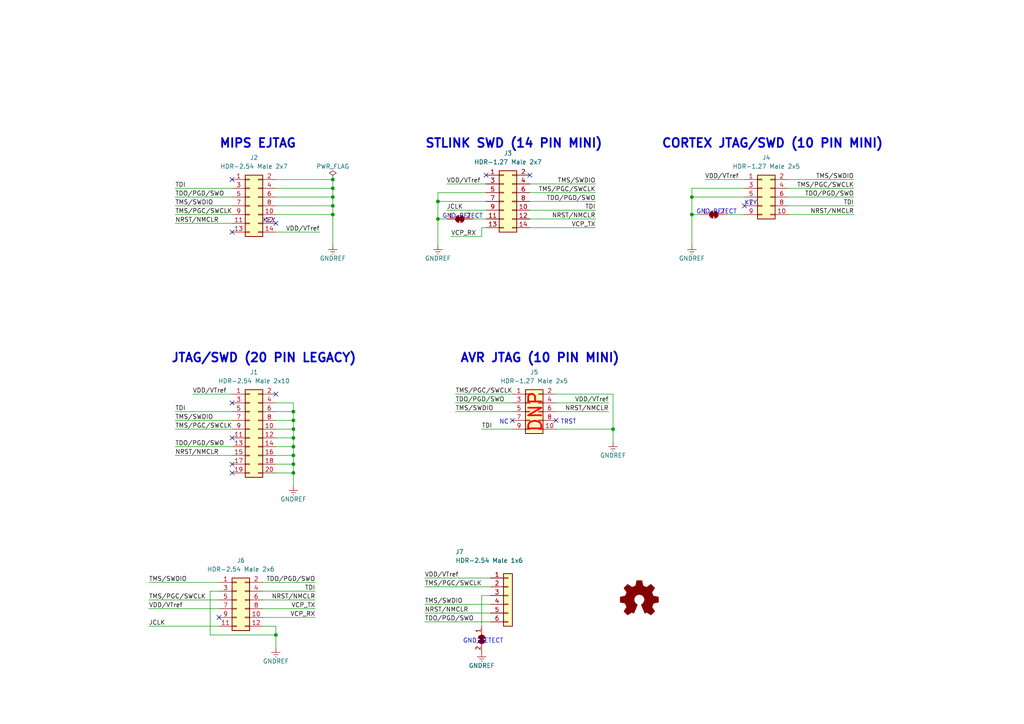
<source format=kicad_sch>
(kicad_sch (version 20230121) (generator eeschema)
  (paper "User" 297.002 210.007)
  (title_block (title "ARM_Debug_Adapter_Board") (date "2023-05-31"))
  (lib_symbols
    (symbol "Connector_Generic:Conn_01x06" (pin_names (offset 1.016) hide)
      (property "Reference" "J" (at 0 7.62 0))
      (property "Value" "Conn_01x06" (at 0 -10.16 0))
      (symbol "Conn_01x06_1_1"
        (rectangle (start -1.27 -7.493) (end 0 -7.747) (stroke (width 0.1524)))
        (rectangle (start -1.27 -4.953) (end 0 -5.207) (stroke (width 0.1524)))
        (rectangle (start -1.27 -2.413) (end 0 -2.667) (stroke (width 0.1524)))
        (rectangle (start -1.27 0.127) (end 0 -0.127) (stroke (width 0.1524)))
        (rectangle (start -1.27 2.667) (end 0 2.413) (stroke (width 0.1524)))
        (rectangle (start -1.27 5.207) (end 0 4.953) (stroke (width 0.1524)))
        (rectangle (start -1.27 6.35) (end 1.27 -8.89) (stroke (width 0.254)) (fill (type background)))
        (pin passive line (at -5.08 5.08 0) (length 3.81) (name "Pin_1") (number "1"))
        (pin passive line (at -5.08 2.54 0) (length 3.81) (name "Pin_2") (number "2"))
        (pin passive line (at -5.08 0 0) (length 3.81) (name "Pin_3") (number "3"))
        (pin passive line (at -5.08 -2.54 0) (length 3.81) (name "Pin_4") (number "4"))
        (pin passive line (at -5.08 -5.08 0) (length 3.81) (name "Pin_5") (number "5"))
        (pin passive line (at -5.08 -7.62 0) (length 3.81) (name "Pin_6") (number "6"))
      )
    )
    (symbol "Connector_Generic:Conn_02x05_Odd_Even" (pin_names (offset 1.016) hide)
      (property "Reference" "J" (at 1.27 7.62 0))
      (property "Value" "Conn_02x05_Odd_Even" (at 1.27 -7.62 0))
      (symbol "Conn_02x05_Odd_Even_1_1"
        (rectangle (start -1.27 -4.953) (end 0 -5.207) (stroke (width 0.1524)))
        (rectangle (start -1.27 -2.413) (end 0 -2.667) (stroke (width 0.1524)))
        (rectangle (start -1.27 0.127) (end 0 -0.127) (stroke (width 0.1524)))
        (rectangle (start -1.27 2.667) (end 0 2.413) (stroke (width 0.1524)))
        (rectangle (start -1.27 5.207) (end 0 4.953) (stroke (width 0.1524)))
        (rectangle (start -1.27 6.35) (end 3.81 -6.35) (stroke (width 0.254)) (fill (type background)))
        (rectangle (start 3.81 -4.953) (end 2.54 -5.207) (stroke (width 0.1524)))
        (rectangle (start 3.81 -2.413) (end 2.54 -2.667) (stroke (width 0.1524)))
        (rectangle (start 3.81 0.127) (end 2.54 -0.127) (stroke (width 0.1524)))
        (rectangle (start 3.81 2.667) (end 2.54 2.413) (stroke (width 0.1524)))
        (rectangle (start 3.81 5.207) (end 2.54 4.953) (stroke (width 0.1524)))
        (pin passive line (at -5.08 5.08 0) (length 3.81) (name "Pin_1") (number "1"))
        (pin passive line (at 7.62 -5.08 180) (length 3.81) (name "Pin_10") (number "10"))
        (pin passive line (at 7.62 5.08 180) (length 3.81) (name "Pin_2") (number "2"))
        (pin passive line (at -5.08 2.54 0) (length 3.81) (name "Pin_3") (number "3"))
        (pin passive line (at 7.62 2.54 180) (length 3.81) (name "Pin_4") (number "4"))
        (pin passive line (at -5.08 0 0) (length 3.81) (name "Pin_5") (number "5"))
        (pin passive line (at 7.62 0 180) (length 3.81) (name "Pin_6") (number "6"))
        (pin passive line (at -5.08 -2.54 0) (length 3.81) (name "Pin_7") (number "7"))
        (pin passive line (at 7.62 -2.54 180) (length 3.81) (name "Pin_8") (number "8"))
        (pin passive line (at -5.08 -5.08 0) (length 3.81) (name "Pin_9") (number "9"))
      )
    )
    (symbol "Connector_Generic:Conn_02x06_Odd_Even" (pin_names (offset 1.016) hide)
      (property "Reference" "J" (at 1.27 7.62 0))
      (property "Value" "Conn_02x06_Odd_Even" (at 1.27 -10.16 0))
      (symbol "Conn_02x06_Odd_Even_1_1"
        (rectangle (start -1.27 -7.493) (end 0 -7.747) (stroke (width 0.1524)))
        (rectangle (start -1.27 -4.953) (end 0 -5.207) (stroke (width 0.1524)))
        (rectangle (start -1.27 -2.413) (end 0 -2.667) (stroke (width 0.1524)))
        (rectangle (start -1.27 0.127) (end 0 -0.127) (stroke (width 0.1524)))
        (rectangle (start -1.27 2.667) (end 0 2.413) (stroke (width 0.1524)))
        (rectangle (start -1.27 5.207) (end 0 4.953) (stroke (width 0.1524)))
        (rectangle (start -1.27 6.35) (end 3.81 -8.89) (stroke (width 0.254)) (fill (type background)))
        (rectangle (start 3.81 -7.493) (end 2.54 -7.747) (stroke (width 0.1524)))
        (rectangle (start 3.81 -4.953) (end 2.54 -5.207) (stroke (width 0.1524)))
        (rectangle (start 3.81 -2.413) (end 2.54 -2.667) (stroke (width 0.1524)))
        (rectangle (start 3.81 0.127) (end 2.54 -0.127) (stroke (width 0.1524)))
        (rectangle (start 3.81 2.667) (end 2.54 2.413) (stroke (width 0.1524)))
        (rectangle (start 3.81 5.207) (end 2.54 4.953) (stroke (width 0.1524)))
        (pin passive line (at -5.08 5.08 0) (length 3.81) (name "Pin_1") (number "1"))
        (pin passive line (at 7.62 -5.08 180) (length 3.81) (name "Pin_10") (number "10"))
        (pin passive line (at -5.08 -7.62 0) (length 3.81) (name "Pin_11") (number "11"))
        (pin passive line (at 7.62 -7.62 180) (length 3.81) (name "Pin_12") (number "12"))
        (pin passive line (at 7.62 5.08 180) (length 3.81) (name "Pin_2") (number "2"))
        (pin passive line (at -5.08 2.54 0) (length 3.81) (name "Pin_3") (number "3"))
        (pin passive line (at 7.62 2.54 180) (length 3.81) (name "Pin_4") (number "4"))
        (pin passive line (at -5.08 0 0) (length 3.81) (name "Pin_5") (number "5"))
        (pin passive line (at 7.62 0 180) (length 3.81) (name "Pin_6") (number "6"))
        (pin passive line (at -5.08 -2.54 0) (length 3.81) (name "Pin_7") (number "7"))
        (pin passive line (at 7.62 -2.54 180) (length 3.81) (name "Pin_8") (number "8"))
        (pin passive line (at -5.08 -5.08 0) (length 3.81) (name "Pin_9") (number "9"))
      )
    )
    (symbol "Connector_Generic:Conn_02x07_Odd_Even" (pin_names (offset 1.016) hide)
      (property "Reference" "J" (at 1.27 10.16 0))
      (property "Value" "Conn_02x07_Odd_Even" (at 1.27 -10.16 0))
      (symbol "Conn_02x07_Odd_Even_1_1"
        (rectangle (start -1.27 -7.493) (end 0 -7.747) (stroke (width 0.1524)))
        (rectangle (start -1.27 -4.953) (end 0 -5.207) (stroke (width 0.1524)))
        (rectangle (start -1.27 -2.413) (end 0 -2.667) (stroke (width 0.1524)))
        (rectangle (start -1.27 0.127) (end 0 -0.127) (stroke (width 0.1524)))
        (rectangle (start -1.27 2.667) (end 0 2.413) (stroke (width 0.1524)))
        (rectangle (start -1.27 5.207) (end 0 4.953) (stroke (width 0.1524)))
        (rectangle (start -1.27 7.747) (end 0 7.493) (stroke (width 0.1524)))
        (rectangle (start -1.27 8.89) (end 3.81 -8.89) (stroke (width 0.254)) (fill (type background)))
        (rectangle (start 3.81 -7.493) (end 2.54 -7.747) (stroke (width 0.1524)))
        (rectangle (start 3.81 -4.953) (end 2.54 -5.207) (stroke (width 0.1524)))
        (rectangle (start 3.81 -2.413) (end 2.54 -2.667) (stroke (width 0.1524)))
        (rectangle (start 3.81 0.127) (end 2.54 -0.127) (stroke (width 0.1524)))
        (rectangle (start 3.81 2.667) (end 2.54 2.413) (stroke (width 0.1524)))
        (rectangle (start 3.81 5.207) (end 2.54 4.953) (stroke (width 0.1524)))
        (rectangle (start 3.81 7.747) (end 2.54 7.493) (stroke (width 0.1524)))
        (pin passive line (at -5.08 7.62 0) (length 3.81) (name "Pin_1") (number "1"))
        (pin passive line (at 7.62 -2.54 180) (length 3.81) (name "Pin_10") (number "10"))
        (pin passive line (at -5.08 -5.08 0) (length 3.81) (name "Pin_11") (number "11"))
        (pin passive line (at 7.62 -5.08 180) (length 3.81) (name "Pin_12") (number "12"))
        (pin passive line (at -5.08 -7.62 0) (length 3.81) (name "Pin_13") (number "13"))
        (pin passive line (at 7.62 -7.62 180) (length 3.81) (name "Pin_14") (number "14"))
        (pin passive line (at 7.62 7.62 180) (length 3.81) (name "Pin_2") (number "2"))
        (pin passive line (at -5.08 5.08 0) (length 3.81) (name "Pin_3") (number "3"))
        (pin passive line (at 7.62 5.08 180) (length 3.81) (name "Pin_4") (number "4"))
        (pin passive line (at -5.08 2.54 0) (length 3.81) (name "Pin_5") (number "5"))
        (pin passive line (at 7.62 2.54 180) (length 3.81) (name "Pin_6") (number "6"))
        (pin passive line (at -5.08 0 0) (length 3.81) (name "Pin_7") (number "7"))
        (pin passive line (at 7.62 0 180) (length 3.81) (name "Pin_8") (number "8"))
        (pin passive line (at -5.08 -2.54 0) (length 3.81) (name "Pin_9") (number "9"))
      )
    )
    (symbol "Connector_Generic:Conn_02x10_Odd_Even" (pin_names (offset 1.016) hide)
      (property "Reference" "J" (at 1.27 12.7 0))
      (property "Value" "Conn_02x10_Odd_Even" (at 1.27 -15.24 0))
      (symbol "Conn_02x10_Odd_Even_1_1"
        (rectangle (start -1.27 -12.573) (end 0 -12.827) (stroke (width 0.1524)))
        (rectangle (start -1.27 -10.033) (end 0 -10.287) (stroke (width 0.1524)))
        (rectangle (start -1.27 -7.493) (end 0 -7.747) (stroke (width 0.1524)))
        (rectangle (start -1.27 -4.953) (end 0 -5.207) (stroke (width 0.1524)))
        (rectangle (start -1.27 -2.413) (end 0 -2.667) (stroke (width 0.1524)))
        (rectangle (start -1.27 0.127) (end 0 -0.127) (stroke (width 0.1524)))
        (rectangle (start -1.27 2.667) (end 0 2.413) (stroke (width 0.1524)))
        (rectangle (start -1.27 5.207) (end 0 4.953) (stroke (width 0.1524)))
        (rectangle (start -1.27 7.747) (end 0 7.493) (stroke (width 0.1524)))
        (rectangle (start -1.27 10.287) (end 0 10.033) (stroke (width 0.1524)))
        (rectangle (start -1.27 11.43) (end 3.81 -13.97) (stroke (width 0.254)) (fill (type background)))
        (rectangle (start 3.81 -12.573) (end 2.54 -12.827) (stroke (width 0.1524)))
        (rectangle (start 3.81 -10.033) (end 2.54 -10.287) (stroke (width 0.1524)))
        (rectangle (start 3.81 -7.493) (end 2.54 -7.747) (stroke (width 0.1524)))
        (rectangle (start 3.81 -4.953) (end 2.54 -5.207) (stroke (width 0.1524)))
        (rectangle (start 3.81 -2.413) (end 2.54 -2.667) (stroke (width 0.1524)))
        (rectangle (start 3.81 0.127) (end 2.54 -0.127) (stroke (width 0.1524)))
        (rectangle (start 3.81 2.667) (end 2.54 2.413) (stroke (width 0.1524)))
        (rectangle (start 3.81 5.207) (end 2.54 4.953) (stroke (width 0.1524)))
        (rectangle (start 3.81 7.747) (end 2.54 7.493) (stroke (width 0.1524)))
        (rectangle (start 3.81 10.287) (end 2.54 10.033) (stroke (width 0.1524)))
        (pin passive line (at -5.08 10.16 0) (length 3.81) (name "Pin_1") (number "1"))
        (pin passive line (at 7.62 0 180) (length 3.81) (name "Pin_10") (number "10"))
        (pin passive line (at -5.08 -2.54 0) (length 3.81) (name "Pin_11") (number "11"))
        (pin passive line (at 7.62 -2.54 180) (length 3.81) (name "Pin_12") (number "12"))
        (pin passive line (at -5.08 -5.08 0) (length 3.81) (name "Pin_13") (number "13"))
        (pin passive line (at 7.62 -5.08 180) (length 3.81) (name "Pin_14") (number "14"))
        (pin passive line (at -5.08 -7.62 0) (length 3.81) (name "Pin_15") (number "15"))
        (pin passive line (at 7.62 -7.62 180) (length 3.81) (name "Pin_16") (number "16"))
        (pin passive line (at -5.08 -10.16 0) (length 3.81) (name "Pin_17") (number "17"))
        (pin passive line (at 7.62 -10.16 180) (length 3.81) (name "Pin_18") (number "18"))
        (pin passive line (at -5.08 -12.7 0) (length 3.81) (name "Pin_19") (number "19"))
        (pin passive line (at 7.62 10.16 180) (length 3.81) (name "Pin_2") (number "2"))
        (pin passive line (at 7.62 -12.7 180) (length 3.81) (name "Pin_20") (number "20"))
        (pin passive line (at -5.08 7.62 0) (length 3.81) (name "Pin_3") (number "3"))
        (pin passive line (at 7.62 7.62 180) (length 3.81) (name "Pin_4") (number "4"))
        (pin passive line (at -5.08 5.08 0) (length 3.81) (name "Pin_5") (number "5"))
        (pin passive line (at 7.62 5.08 180) (length 3.81) (name "Pin_6") (number "6"))
        (pin passive line (at -5.08 2.54 0) (length 3.81) (name "Pin_7") (number "7"))
        (pin passive line (at 7.62 2.54 180) (length 3.81) (name "Pin_8") (number "8"))
        (pin passive line (at -5.08 0 0) (length 3.81) (name "Pin_9") (number "9"))
      )
    )
    (symbol "Graphic:Logo_Open_Hardware_Small" (in_bom no) (on_board no)
      (symbol "Logo_Open_Hardware_Small_0_1"
        (polyline (pts (xy 3.3528 -4.3434) (xy 3.302 -4.318) (xy 3.175 -4.2418) (xy 2.9972 -4.1148) (xy 2.7686 -3.9624) (xy 2.54 -3.81) (xy 2.3622 -3.7084) (xy 2.2352 -3.6068) (xy 2.1844 -3.5814) (xy 2.159 -3.6068) (xy 2.0574 -3.6576) (xy 1.905 -3.7338) (xy 1.8034 -3.7846) (xy 1.6764 -3.8354) (xy 1.6002 -3.8354) (xy 1.6002 -3.8354) (xy 1.5494 -3.7338) (xy 1.4732 -3.5306) (xy 1.3462 -3.302) (xy 1.2446 -3.0226) (xy 1.1176 -2.7178) (xy 0.9652 -2.413) (xy 0.8636 -2.1082) (xy 0.7366 -1.8288) (xy 0.6604 -1.6256) (xy 0.6096 -1.4732) (xy 0.5842 -1.397) (xy 0.5842 -1.397) (xy 0.6604 -1.3208) (xy 0.7874 -1.2446) (xy 1.0414 -1.016) (xy 1.2954 -0.6858) (xy 1.4478 -0.3302) (xy 1.524 0.0762) (xy 1.4732 0.4572) (xy 1.3208 0.8128) (xy 1.0668 1.143) (xy 0.762 1.3716) (xy 0.4064 1.524) (xy 0 1.5748) (xy -0.381 1.5494) (xy -0.7366 1.397) (xy -1.0668 1.143) (xy -1.2192 0.9906) (xy -1.397 0.6604) (xy -1.524 0.3048) (xy -1.524 0.2286) (xy -1.4986 -0.1778) (xy -1.397 -0.5334) (xy -1.1938 -0.8636) (xy -0.9144 -1.143) (xy -0.8636 -1.1684) (xy -0.7366 -1.27) (xy -0.635 -1.3462) (xy -0.5842 -1.397) (xy -1.0668 -2.5908) (xy -1.143 -2.794) (xy -1.2954 -3.1242) (xy -1.397 -3.4036) (xy -1.4986 -3.6322) (xy -1.5748 -3.7846) (xy -1.6002 -3.8354) (xy -1.6002 -3.8354) (xy -1.651 -3.8354) (xy -1.7272 -3.81) (xy -1.905 -3.7338) (xy -2.0066 -3.683) (xy -2.1336 -3.6068) (xy -2.2098 -3.5814) (xy -2.2606 -3.6068) (xy -2.3622 -3.683) (xy -2.54 -3.81) (xy -2.7686 -3.9624) (xy -2.9718 -4.0894) (xy -3.1496 -4.2164) (xy -3.302 -4.318) (xy -3.3528 -4.3434) (xy -3.3782 -4.3434) (xy -3.429 -4.318) (xy -3.5306 -4.2164) (xy -3.7084 -4.064) (xy -3.937 -3.8354) (xy -3.9624 -3.81) (xy -4.1656 -3.6068) (xy -4.318 -3.4544) (xy -4.4196 -3.3274) (xy -4.445 -3.2766) (xy -4.445 -3.2766) (xy -4.4196 -3.2258) (xy -4.318 -3.0734) (xy -4.2164 -2.8956) (xy -4.064 -2.667) (xy -3.6576 -2.0828) (xy -3.8862 -1.5494) (xy -3.937 -1.3716) (xy -4.0386 -1.1684) (xy -4.0894 -1.0414) (xy -4.1148 -0.9652) (xy -4.191 -0.9398) (xy -4.318 -0.9144) (xy -4.5466 -0.8636) (xy -4.8006 -0.8128) (xy -5.0546 -0.7874) (xy -5.2578 -0.7366) (xy -5.4356 -0.7112) (xy -5.5118 -0.6858) (xy -5.5118 -0.6858) (xy -5.5372 -0.635) (xy -5.5372 -0.5588) (xy -5.5372 -0.4318) (xy -5.5626 -0.2286) (xy -5.5626 0.0762) (xy -5.5626 0.127) (xy -5.5372 0.4064) (xy -5.5372 0.635) (xy -5.5372 0.762) (xy -5.5372 0.8382) (xy -5.5372 0.8382) (xy -5.461 0.8382) (xy -5.3086 0.889) (xy -5.08 0.9144) (xy -4.826 0.9652) (xy -4.8006 0.9906) (xy -4.5466 1.0414) (xy -4.318 1.0668) (xy -4.1656 1.1176) (xy -4.0894 1.143) (xy -4.0894 1.143) (xy -4.0386 1.2446) (xy -3.9624 1.4224) (xy -3.8608 1.6256) (xy -3.7846 1.8288) (xy -3.7084 2.0066) (xy -3.6576 2.159) (xy -3.6322 2.2098) (xy -3.6322 2.2098) (xy -3.683 2.286) (xy -3.7592 2.413) (xy -3.8862 2.5908) (xy -4.064 2.8194) (xy -4.064 2.8448) (xy -4.2164 3.0734) (xy -4.3434 3.2512) (xy -4.4196 3.3782) (xy -4.445 3.4544) (xy -4.445 3.4544) (xy -4.3942 3.5052) (xy -4.2926 3.6322) (xy -4.1148 3.81) (xy -3.937 4.0132) (xy -3.8608 4.064) (xy -3.6576 4.2926) (xy -3.5052 4.4196) (xy -3.4036 4.4958) (xy -3.3528 4.5212) (xy -3.3528 4.5212) (xy -3.302 4.4704) (xy -3.1496 4.3688) (xy -2.9718 4.2418) (xy -2.7432 4.0894) (xy -2.7178 4.0894) (xy -2.4892 3.937) (xy -2.3114 3.81) (xy -2.1844 3.7084) (xy -2.1336 3.683) (xy -2.1082 3.683) (xy -2.032 3.7084) (xy -1.8542 3.7592) (xy -1.6764 3.8354) (xy -1.4732 3.937) (xy -1.27 4.0132) (xy -1.143 4.064) (xy -1.0668 4.1148) (xy -1.0668 4.1148) (xy -1.0414 4.191) (xy -1.016 4.3434) (xy -0.9652 4.572) (xy -0.9144 4.8514) (xy -0.889 4.9022) (xy -0.8382 5.1562) (xy -0.8128 5.3848) (xy -0.7874 5.5372) (xy -0.762 5.588) (xy -0.7112 5.6134) (xy -0.5842 5.6134) (xy -0.4064 5.6134) (xy -0.1524 5.6134) (xy 0.0762 5.6134) (xy 0.3302 5.6134) (xy 0.5334 5.6134) (xy 0.6858 5.588) (xy 0.7366 5.588) (xy 0.7366 5.588) (xy 0.762 5.5118) (xy 0.8128 5.334) (xy 0.8382 5.1054) (xy 0.9144 4.826) (xy 0.9144 4.7752) (xy 0.9652 4.5212) (xy 1.016 4.2926) (xy 1.0414 4.1402) (xy 1.0668 4.0894) (xy 1.0668 4.0894) (xy 1.1938 4.0386) (xy 1.3716 3.9624) (xy 1.5748 3.8608) (xy 2.0828 3.6576) (xy 2.7178 4.0894) (xy 2.7686 4.1402) (xy 2.9972 4.2926) (xy 3.175 4.4196) (xy 3.302 4.4958) (xy 3.3782 4.5212) (xy 3.3782 4.5212) (xy 3.429 4.4704) (xy 3.556 4.3434) (xy 3.7338 4.191) (xy 3.9116 3.9878) (xy 4.064 3.8354) (xy 4.2418 3.6576) (xy 4.3434 3.556) (xy 4.4196 3.4798) (xy 4.4196 3.429) (xy 4.4196 3.4036) (xy 4.3942 3.3274) (xy 4.2926 3.2004) (xy 4.1656 2.9972) (xy 4.0132 2.794) (xy 3.8862 2.5908) (xy 3.7592 2.3876) (xy 3.6576 2.2352) (xy 3.6322 2.159) (xy 3.6322 2.1336) (xy 3.683 2.0066) (xy 3.7592 1.8288) (xy 3.8608 1.6002) (xy 4.064 1.1176) (xy 4.3942 1.0414) (xy 4.5974 1.016) (xy 4.8768 0.9652) (xy 5.1308 0.9144) (xy 5.5372 0.8382) (xy 5.5626 -0.6604) (xy 5.4864 -0.6858) (xy 5.4356 -0.6858) (xy 5.2832 -0.7366) (xy 5.0546 -0.762) (xy 4.8006 -0.8128) (xy 4.5974 -0.8636) (xy 4.3688 -0.9144) (xy 4.2164 -0.9398) (xy 4.1402 -0.9398) (xy 4.1148 -0.9652) (xy 4.064 -1.0668) (xy 3.9878 -1.2446) (xy 3.9116 -1.4478) (xy 3.81 -1.651) (xy 3.7338 -1.8542) (xy 3.683 -2.0066) (xy 3.6576 -2.0828) (xy 3.683 -2.1336) (xy 3.7846 -2.2606) (xy 3.8862 -2.4638) (xy 4.0386 -2.667) (xy 4.191 -2.8956) (xy 4.318 -3.0734) (xy 4.3942 -3.2004) (xy 4.445 -3.2766) (xy 4.4196 -3.3274) (xy 4.3434 -3.429) (xy 4.1656 -3.5814) (xy 3.937 -3.8354) (xy 3.8862 -3.8608) (xy 3.683 -4.064) (xy 3.5306 -4.2164) (xy 3.4036 -4.318) (xy 3.3528 -4.3434)) (fill (type outline)))
      )
    )
    (symbol "Jumper:SolderJumper_2_Bridged" (pin_names (offset 0) hide)
      (property "Reference" "JP" (at 0 2.032 0))
      (property "Value" "SolderJumper_2_Bridged" (at 0 -2.54 0))
      (symbol "SolderJumper_2_Bridged_0_1"
        (rectangle (start -0.508 0.508) (end 0.508 -0.508) (fill (type outline)))
        (arc (start -0.254 1.016) (mid -1.2656 0) (end -0.254 -1.016))
        (arc (start -0.254 1.016) (mid -1.2656 0) (end -0.254 -1.016) (fill (type outline)))
        (polyline (pts (xy -0.254 1.016) (xy -0.254 -1.016)))
        (polyline (pts (xy 0.254 1.016) (xy 0.254 -1.016)))
        (arc (start 0.254 -1.016) (mid 1.2656 0) (end 0.254 1.016))
        (arc (start 0.254 -1.016) (mid 1.2656 0) (end 0.254 1.016) (fill (type outline)))
      )
      (symbol "SolderJumper_2_Bridged_1_1"
        (pin passive line (at -3.81 0 0) (length 2.54) (name "A") (number "1"))
        (pin passive line (at 3.81 0 180) (length 2.54) (name "B") (number "2"))
      )
    )
    (symbol "power:GNDREF" (power) (pin_names (offset 0))
      (property "Value" "GNDREF" (at 0 -3.81 0))
      (symbol "GNDREF_0_1"
        (polyline (pts (xy -0.635 -1.905) (xy 0.635 -1.905)))
        (polyline (pts (xy -0.127 -2.54) (xy 0.127 -2.54)))
        (polyline (pts (xy 0 -1.27) (xy 0 0)))
        (polyline (pts (xy 1.27 -1.27) (xy -1.27 -1.27)))
      )
      (symbol "GNDREF_1_1"
        (pin power_in line (at 0 0 270) (length 0) hide (name "GNDREF") (number "1"))
      )
    )
    (symbol "power:PWR_FLAG" (power) (pin_numbers hide) (pin_names (offset 0) hide)
      (property "Value" "PWR_FLAG" (at 0 3.81 0))
      (symbol "PWR_FLAG_0_0"
        (pin power_out line (at 0 0 90) (length 0) (name "pwr") (number "1"))
      )
      (symbol "PWR_FLAG_0_1"
        (polyline (pts (xy 0 0) (xy 0 1.27) (xy -1.016 1.905) (xy 0 2.54) (xy 1.016 1.905) (xy 0 1.27)))
      )
    )
  )
  (junction (at 127 58.42))
  (junction (at 80.01 184.15))
  (junction (at 127 63.5))
  (junction (at 85.09 121.92))
  (junction (at 177.8 124.46))
  (junction (at 96.52 57.15))
  (junction (at 85.09 129.54))
  (junction (at 200.66 62.23))
  (junction (at 85.09 119.38))
  (junction (at 85.09 134.62))
  (junction (at 96.52 52.07))
  (junction (at 85.09 137.16))
  (junction (at 85.09 124.46))
  (junction (at 96.52 59.69))
  (junction (at 85.09 127))
  (junction (at 96.52 62.23))
  (junction (at 200.66 57.15))
  (junction (at 85.09 132.08))
  (junction (at 96.52 54.61))
  (no_connect (at 67.31 116.84))
  (no_connect (at 80.01 114.3))
  (no_connect (at 67.31 127))
  (no_connect (at 215.9 59.69))
  (no_connect (at 67.31 137.16))
  (no_connect (at 153.67 50.8))
  (no_connect (at 63.5 179.07))
  (no_connect (at 67.31 52.07))
  (no_connect (at 80.01 64.77))
  (no_connect (at 67.31 67.31))
  (no_connect (at 148.59 121.92))
  (no_connect (at 161.29 121.92))
  (no_connect (at 67.31 134.62))
  (no_connect (at 140.97 50.8))
  (wire (pts (xy 96.52 62.23) (xy 96.52 71.12)))
  (wire (pts (xy 85.09 119.38) (xy 85.09 121.92)))
  (wire (pts (xy 85.09 121.92) (xy 80.01 121.92)))
  (wire (pts (xy 85.09 124.46) (xy 85.09 127)))
  (wire (pts (xy 67.31 132.08) (xy 50.8 132.08)))
  (wire (pts (xy 63.5 171.45) (xy 60.96 171.45)))
  (wire (pts (xy 76.2 171.45) (xy 91.44 171.45)))
  (wire (pts (xy 200.66 57.15) (xy 200.66 62.23)))
  (wire (pts (xy 67.31 62.23) (xy 50.8 62.23)))
  (wire (pts (xy 85.09 137.16) (xy 80.01 137.16)))
  (wire (pts (xy 127 55.88) (xy 127 58.42)))
  (wire (pts (xy 80.01 181.61) (xy 80.01 184.15)))
  (wire (pts (xy 161.29 114.3) (xy 177.8 114.3)))
  (wire (pts (xy 67.31 119.38) (xy 50.8 119.38)))
  (wire (pts (xy 60.96 171.45) (xy 60.96 184.15)))
  (wire (pts (xy 228.6 57.15) (xy 247.65 57.15)))
  (wire (pts (xy 91.44 176.53) (xy 76.2 176.53)))
  (wire (pts (xy 153.67 63.5) (xy 172.72 63.5)))
  (wire (pts (xy 67.31 54.61) (xy 50.8 54.61)))
  (wire (pts (xy 67.31 57.15) (xy 50.8 57.15)))
  (wire (pts (xy 228.6 54.61) (xy 247.65 54.61)))
  (wire (pts (xy 85.09 129.54) (xy 85.09 132.08)))
  (wire (pts (xy 137.16 63.5) (xy 140.97 63.5)))
  (wire (pts (xy 228.6 62.23) (xy 247.65 62.23)))
  (wire (pts (xy 67.31 124.46) (xy 50.8 124.46)))
  (wire (pts (xy 91.44 179.07) (xy 76.2 179.07)))
  (wire (pts (xy 142.24 180.34) (xy 123.19 180.34)))
  (wire (pts (xy 215.9 54.61) (xy 200.66 54.61)))
  (wire (pts (xy 80.01 184.15) (xy 80.01 187.96)))
  (wire (pts (xy 129.54 53.34) (xy 140.97 53.34)))
  (wire (pts (xy 200.66 57.15) (xy 215.9 57.15)))
  (wire (pts (xy 67.31 64.77) (xy 50.8 64.77)))
  (wire (pts (xy 130.81 68.58) (xy 139.7 68.58)))
  (wire (pts (xy 60.96 184.15) (xy 80.01 184.15)))
  (wire (pts (xy 76.2 181.61) (xy 80.01 181.61)))
  (wire (pts (xy 153.67 53.34) (xy 172.72 53.34)))
  (wire (pts (xy 92.71 67.31) (xy 80.01 67.31)))
  (wire (pts (xy 161.29 124.46) (xy 177.8 124.46)))
  (wire (pts (xy 43.18 173.99) (xy 63.5 173.99)))
  (wire (pts (xy 200.66 62.23) (xy 200.66 71.12)))
  (wire (pts (xy 153.67 58.42) (xy 172.72 58.42)))
  (wire (pts (xy 139.7 68.58) (xy 139.7 66.04)))
  (wire (pts (xy 127 63.5) (xy 129.54 63.5)))
  (wire (pts (xy 43.18 168.91) (xy 63.5 168.91)))
  (wire (pts (xy 85.09 132.08) (xy 80.01 132.08)))
  (wire (pts (xy 96.52 57.15) (xy 80.01 57.15)))
  (wire (pts (xy 142.24 177.8) (xy 123.19 177.8)))
  (wire (pts (xy 85.09 132.08) (xy 85.09 134.62)))
  (wire (pts (xy 139.7 172.72) (xy 139.7 181.61)))
  (wire (pts (xy 96.52 52.07) (xy 96.52 54.61)))
  (wire (pts (xy 96.52 59.69) (xy 80.01 59.69)))
  (wire (pts (xy 228.6 52.07) (xy 247.65 52.07)))
  (wire (pts (xy 96.52 62.23) (xy 80.01 62.23)))
  (wire (pts (xy 85.09 137.16) (xy 85.09 140.97)))
  (wire (pts (xy 228.6 59.69) (xy 247.65 59.69)))
  (wire (pts (xy 210.82 62.23) (xy 215.9 62.23)))
  (wire (pts (xy 43.18 181.61) (xy 63.5 181.61)))
  (wire (pts (xy 96.52 57.15) (xy 96.52 59.69)))
  (wire (pts (xy 96.52 54.61) (xy 80.01 54.61)))
  (wire (pts (xy 200.66 54.61) (xy 200.66 57.15)))
  (wire (pts (xy 129.54 60.96) (xy 140.97 60.96)))
  (wire (pts (xy 85.09 116.84) (xy 85.09 119.38)))
  (wire (pts (xy 139.7 66.04) (xy 140.97 66.04)))
  (wire (pts (xy 80.01 116.84) (xy 85.09 116.84)))
  (wire (pts (xy 142.24 170.18) (xy 123.19 170.18)))
  (wire (pts (xy 127 58.42) (xy 127 63.5)))
  (wire (pts (xy 85.09 124.46) (xy 80.01 124.46)))
  (wire (pts (xy 85.09 119.38) (xy 80.01 119.38)))
  (wire (pts (xy 85.09 134.62) (xy 85.09 137.16)))
  (wire (pts (xy 161.29 119.38) (xy 176.53 119.38)))
  (wire (pts (xy 67.31 59.69) (xy 50.8 59.69)))
  (wire (pts (xy 148.59 119.38) (xy 132.08 119.38)))
  (wire (pts (xy 140.97 55.88) (xy 127 55.88)))
  (wire (pts (xy 176.53 116.84) (xy 161.29 116.84)))
  (wire (pts (xy 76.2 168.91) (xy 91.44 168.91)))
  (wire (pts (xy 76.2 173.99) (xy 91.44 173.99)))
  (wire (pts (xy 127 63.5) (xy 127 71.12)))
  (wire (pts (xy 153.67 55.88) (xy 172.72 55.88)))
  (wire (pts (xy 85.09 127) (xy 80.01 127)))
  (wire (pts (xy 67.31 121.92) (xy 50.8 121.92)))
  (wire (pts (xy 153.67 66.04) (xy 172.72 66.04)))
  (wire (pts (xy 200.66 62.23) (xy 203.2 62.23)))
  (wire (pts (xy 80.01 52.07) (xy 96.52 52.07)))
  (wire (pts (xy 127 58.42) (xy 140.97 58.42)))
  (wire (pts (xy 85.09 121.92) (xy 85.09 124.46)))
  (wire (pts (xy 67.31 129.54) (xy 50.8 129.54)))
  (wire (pts (xy 142.24 172.72) (xy 139.7 172.72)))
  (wire (pts (xy 148.59 116.84) (xy 132.08 116.84)))
  (wire (pts (xy 85.09 134.62) (xy 80.01 134.62)))
  (wire (pts (xy 204.47 52.07) (xy 215.9 52.07)))
  (wire (pts (xy 85.09 127) (xy 85.09 129.54)))
  (wire (pts (xy 96.52 59.69) (xy 96.52 62.23)))
  (wire (pts (xy 177.8 124.46) (xy 177.8 128.27)))
  (wire (pts (xy 123.19 167.64) (xy 142.24 167.64)))
  (wire (pts (xy 85.09 129.54) (xy 80.01 129.54)))
  (wire (pts (xy 96.52 54.61) (xy 96.52 57.15)))
  (wire (pts (xy 55.88 114.3) (xy 67.31 114.3)))
  (wire (pts (xy 43.18 176.53) (xy 63.5 176.53)))
  (wire (pts (xy 148.59 114.3) (xy 132.08 114.3)))
  (wire (pts (xy 177.8 114.3) (xy 177.8 124.46)))
  (wire (pts (xy 142.24 175.26) (xy 123.19 175.26)))
  (wire (pts (xy 153.67 60.96) (xy 172.72 60.96)))
  (wire (pts (xy 148.59 124.46) (xy 139.7 124.46)))
  (text "GND_DETECT" (at 201.93 62.23 0) (effects (font (size 1.27 1.27)) (justify left bottom)))
  (text "DNP" (at 157.48 125.73 90) (effects (font (size 3.81 3.81) (thickness 0.508) bold) (justify left bottom)))
  (text "GND_DETECT" (at 128.27 63.5 0) (effects (font (size 1.27 1.27)) (justify left bottom)))
  (text "NC" (at 144.78 123.19 0) (effects (font (size 1.27 1.27)) (justify left bottom)))
  (text "KEY" (at 76.2 64.77 0) (effects (font (size 1.27 1.27)) (justify left bottom)))
  (text "JTAG/SWD (20 PIN LEGACY)" (at 49.53 105.41 0) (effects (font (size 2.54 2.54) (thickness 0.508) bold) (justify left bottom)))
  (text "CORTEX JTAG/SWD (10 PIN MINI)" (at 191.77 43.18 0) (effects (font (size 2.54 2.54) (thickness 0.508) bold) (justify left bottom)))
  (text "MIPS EJTAG" (at 63.5 43.18 0) (effects (font (size 2.54 2.54) (thickness 0.508) bold) (justify left bottom)))
  (text "AVR JTAG (10 PIN MINI)" (at 133.35 105.41 0) (effects (font (size 2.54 2.54) (thickness 0.508) bold) (justify left bottom)))
  (text "KEY" (at 215.9 59.69 0) (effects (font (size 1.27 1.27)) (justify left bottom)))
  (text "GND_DETECT" (at 146.05 186.69 0) (effects (font (size 1.27 1.27)) (justify right bottom)))
  (text "TRST" (at 162.56 123.19 0) (effects (font (size 1.27 1.27)) (justify left bottom)))
  (text "STLINK SWD (14 PIN MINI)" (at 123.19 43.18 0) (effects (font (size 2.54 2.54) (thickness 0.508) bold) (justify left bottom)))
  (label "VDD{slash}VTref" (at 129.54 53.34 0))
  (label "NRST{slash}NMCLR" (at 50.8 64.77 0))
  (label "NRST{slash}NMCLR" (at 247.65 62.23 180))
  (label "TMS{slash}PGC{slash}SWCLK" (at 50.8 62.23 0))
  (label "TMS{slash}SWDIO" (at 132.08 119.38 0))
  (label "VCP_RX" (at 130.81 68.58 0))
  (label "TMS{slash}PGC{slash}SWCLK" (at 132.08 114.3 0))
  (label "TMS{slash}SWDIO" (at 247.65 52.07 180))
  (label "TMS{slash}PGC{slash}SWCLK" (at 123.19 170.18 0))
  (label "TDO{slash}PGD{slash}SWO" (at 132.08 116.84 0))
  (label "TDO{slash}PGD{slash}SWO" (at 123.19 180.34 0))
  (label "VCP_RX" (at 91.44 179.07 180))
  (label "TMS{slash}PGC{slash}SWCLK" (at 247.65 54.61 180))
  (label "TMS{slash}SWDIO" (at 172.72 53.34 180))
  (label "VDD{slash}VTref" (at 55.88 114.3 0))
  (label "TDO{slash}PGD{slash}SWO" (at 50.8 57.15 0))
  (label "TMS{slash}SWDIO" (at 50.8 121.92 0))
  (label "TDO{slash}PGD{slash}SWO" (at 172.72 58.42 180))
  (label "VDD{slash}VTref" (at 43.18 176.53 0))
  (label "NRST{slash}NMCLR" (at 123.19 177.8 0))
  (label "TMS{slash}SWDIO" (at 50.8 59.69 0))
  (label "VDD{slash}VTref" (at 176.53 116.84 180))
  (label "TDI" (at 172.72 60.96 180))
  (label "TDI" (at 247.65 59.69 180))
  (label "TDO{slash}PGD{slash}SWO" (at 50.8 129.54 0))
  (label "NRST{slash}NMCLR" (at 172.72 63.5 180))
  (label "TDI" (at 139.7 124.46 0))
  (label "TDO{slash}PGD{slash}SWO" (at 247.65 57.15 180))
  (label "TMS{slash}SWDIO" (at 43.18 168.91 0))
  (label "TDO{slash}PGD{slash}SWO" (at 91.44 168.91 180))
  (label "NRST{slash}NMCLR" (at 91.44 173.99 180))
  (label "TMS{slash}PGC{slash}SWCLK" (at 50.8 124.46 0))
  (label "TDI" (at 91.44 171.45 180))
  (label "JCLK" (at 129.54 60.96 0))
  (label "TDI" (at 50.8 119.38 0))
  (label "VDD{slash}VTref" (at 92.71 67.31 180))
  (label "TDI" (at 50.8 54.61 0))
  (label "VCP_TX" (at 172.72 66.04 180))
  (label "VDD{slash}VTref" (at 123.19 167.64 0))
  (label "VCP_TX" (at 91.44 176.53 180))
  (label "NRST{slash}NMCLR" (at 50.8 132.08 0))
  (label "VDD{slash}VTref" (at 204.47 52.07 0))
  (label "NRST{slash}NMCLR" (at 176.53 119.38 180))
  (label "TMS{slash}PGC{slash}SWCLK" (at 172.72 55.88 180))
  (label "TMS{slash}PGC{slash}SWCLK" (at 43.18 173.99 0))
  (label "TMS{slash}SWDIO" (at 123.19 175.26 0))
  (label "JCLK" (at 43.18 181.61 0))
  (symbol (lib_id "power:PWR_FLAG") (at 96.52 52.07 0) (unit 1)
    (property "Reference" "#FLG01" (effects hide))
    (property "Value" "PWR_FLAG" (at 96.52 48.26 0))
  )
  (symbol (lib_id "Connector_Generic:Conn_02x07_Odd_Even") (at 146.05 58.42 0) (unit 1)
    (property "Reference" "J3" (at 147.32 44.45 0))
    (property "Value" "HDR-1.27 Male 2x7" (at 147.32 46.99 0))
    (property "Footprint" "Connector_PinHeader_1.27mm:PinHeader_2x07_P1.27mm_Vertical_SMD" (effects hide))
  )
  (symbol (lib_id "power:GNDREF") (at 139.7 189.23 0) (unit 1)
    (property "Reference" "#PWR07" (effects hide))
    (property "Value" "GNDREF" (at 139.7 193.04 0))
  )
  (symbol (lib_id "Jumper:SolderJumper_2_Bridged") (at 133.35 63.5 0) (unit 1)
    (property "Reference" "JP1" (effects hide))
    (property "Value" "SolderJumper_2_Bridged" (effects hide))
    (property "Footprint" "Jumper:SolderJumper-2_P1.3mm_Bridged_RoundedPad1.0x1.5mm" (effects hide))
  )
  (symbol (lib_id "Connector_Generic:Conn_01x06") (at 147.32 172.72 0) (unit 1)
    (property "Reference" "J7" (at 132.08 160.02 0) (effects (justify left)))
    (property "Value" "HDR-2.54 Male 1x6" (at 132.08 162.56 0) (effects (justify left)))
    (property "Footprint" "Connector_PinHeader_2.54mm:PinHeader_1x06_P2.54mm_Vertical" (effects hide))
  )
  (symbol (lib_id "power:GNDREF") (at 177.8 128.27 0) (unit 1)
    (property "Reference" "#PWR04" (effects hide))
    (property "Value" "GNDREF" (at 177.8 132.08 0))
  )
  (symbol (lib_id "Jumper:SolderJumper_2_Bridged") (at 207.01 62.23 0) (unit 1)
    (property "Reference" "JP2" (effects hide))
    (property "Value" "SolderJumper_2_Bridged" (effects hide))
    (property "Footprint" "Jumper:SolderJumper-2_P1.3mm_Bridged_RoundedPad1.0x1.5mm" (effects hide))
  )
  (symbol (lib_id "Connector_Generic:Conn_02x10_Odd_Even") (at 72.39 124.46 0) (unit 1)
    (property "Reference" "J1" (at 73.66 107.95 0))
    (property "Value" "HDR-2.54 Male 2x10" (at 73.66 110.49 0))
    (property "Footprint" "Connector_IDC:IDC-Header_2x10_P2.54mm_Vertical" (effects hide))
    (property "製造商編號" "TST-110-01-G-D" (effects hide))
  )
  (symbol (lib_id "power:GNDREF") (at 127 71.12 0) (unit 1)
    (property "Reference" "#PWR03" (effects hide))
    (property "Value" "GNDREF" (at 127 74.93 0))
  )
  (symbol (lib_id "power:GNDREF") (at 85.09 140.97 0) (mirror y) (unit 1)
    (property "Reference" "#PWR01" (effects hide))
    (property "Value" "GNDREF" (at 85.09 144.78 0))
  )
  (symbol (lib_id "Connector_Generic:Conn_02x05_Odd_Even") (at 220.98 57.15 0) (unit 1)
    (property "Reference" "J4" (at 222.25 45.72 0))
    (property "Value" "HDR-1.27 Male 2x5" (at 222.25 48.26 0))
    (property "Footprint" "Connector_PinHeader_1.27mm:PinHeader_2x05_P1.27mm_Vertical" (effects hide))
    (property "製造商編號" "3220-10-0100-00" (effects hide))
  )
  (symbol (lib_id "power:GNDREF") (at 96.52 71.12 0) (unit 1)
    (property "Reference" "#PWR02" (effects hide))
    (property "Value" "GNDREF" (at 96.52 74.93 0))
  )
  (symbol (lib_id "Jumper:SolderJumper_2_Bridged") (at 139.7 185.42 90) (mirror x) (unit 1)
    (property "Reference" "JP3" (effects hide))
    (property "Value" "SolderJumper_2_Bridged" (effects hide))
    (property "Footprint" "Jumper:SolderJumper-2_P1.3mm_Bridged_RoundedPad1.0x1.5mm" (effects hide))
  )
  (symbol (lib_id "power:GNDREF") (at 200.66 71.12 0) (unit 1)
    (property "Reference" "#PWR05" (effects hide))
    (property "Value" "GNDREF" (at 200.66 74.93 0))
  )
  (symbol (lib_id "power:GNDREF") (at 80.01 187.96 0) (mirror y) (unit 1)
    (property "Reference" "#PWR06" (effects hide))
    (property "Value" "GNDREF" (at 80.01 191.77 0))
  )
  (symbol (lib_id "Graphic:Logo_Open_Hardware_Small") (at 185.42 173.99 0) (unit 1) (in_bom no) (on_board no)
    (property "Reference" "#SYM1" (effects hide))
    (property "Value" "Logo_Open_Hardware_Small" (effects hide))
    (property "Footprint" "Symbol:OSHW-Logo2_14.6x12mm_SilkScreen" (effects hide))
    (property "Sim.Enable" "0" (effects hide))
  )
  (symbol (lib_id "Connector_Generic:Conn_02x06_Odd_Even") (at 68.58 173.99 0) (unit 1)
    (property "Reference" "J6" (at 69.85 162.56 0))
    (property "Value" "HDR-2.54 Male 2x6" (at 69.85 165.1 0))
    (property "Footprint" "Connector_PinHeader_2.54mm:PinHeader_2x06_P2.54mm_Vertical" (effects hide))
  )
  (symbol (lib_id "Connector_Generic:Conn_02x05_Odd_Even") (at 153.67 119.38 0) (unit 1)
    (property "Reference" "J5" (at 154.94 107.95 0))
    (property "Value" "HDR-1.27 Male 2x5" (at 154.94 110.49 0))
    (property "Footprint" "Connector_PinHeader_1.27mm:PinHeader_2x05_P1.27mm_Vertical" (effects hide))
  )
  (symbol (lib_id "Connector_Generic:Conn_02x07_Odd_Even") (at 72.39 59.69 0) (unit 1)
    (property "Reference" "J2" (at 73.66 45.72 0))
    (property "Value" "HDR-2.54 Male 2x7" (at 73.66 48.26 0))
    (property "Footprint" "Connector_IDC:IDC-Header_2x07_P2.54mm_Vertical" (effects hide))
    (property "製造商編號" "TST-107-01-L-D" (effects hide))
  )
)
</source>
